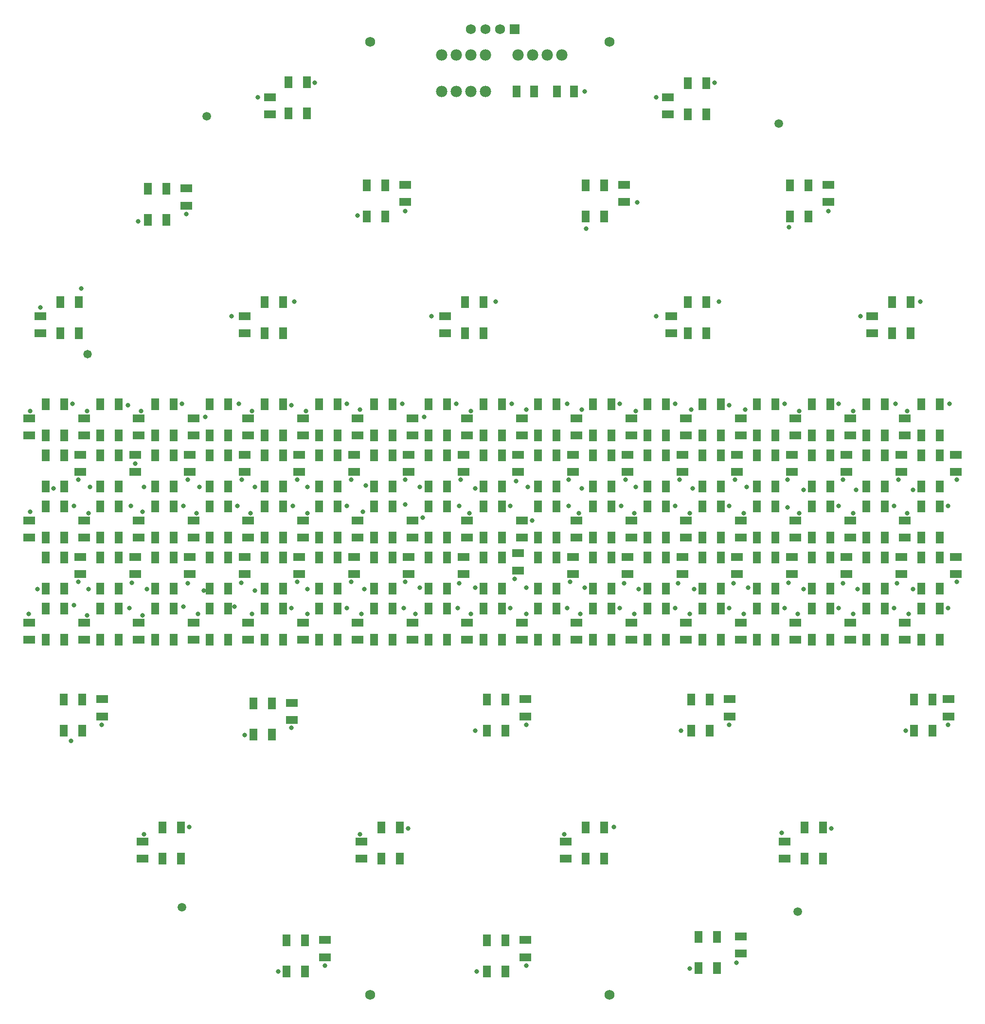
<source format=gbr>
G04*
G04 #@! TF.GenerationSoftware,Altium Limited,Altium Designer,24.2.2 (26)*
G04*
G04 Layer_Color=8388736*
%FSLAX44Y44*%
%MOMM*%
G71*
G04*
G04 #@! TF.SameCoordinates,C09E280A-887C-4CB5-B33B-2E433380E6FD*
G04*
G04*
G04 #@! TF.FilePolarity,Negative*
G04*
G01*
G75*
%ADD18R,1.4097X2.1032*%
%ADD19R,2.0066X1.3208*%
%ADD20R,1.3208X2.0066*%
%ADD21C,1.7272*%
%ADD22C,1.9812*%
%ADD23R,1.7272X1.7272*%
%ADD24C,0.8382*%
%ADD25C,1.5000*%
%ADD26C,1.4732*%
D18*
X1286129Y950900D02*
D03*
Y1004900D02*
D03*
X1253871Y950900D02*
D03*
Y1004900D02*
D03*
X110871Y916000D02*
D03*
Y862000D02*
D03*
X143129Y916000D02*
D03*
Y862000D02*
D03*
X168529Y1217600D02*
D03*
Y1271600D02*
D03*
X136271Y1217600D02*
D03*
Y1271600D02*
D03*
X524129Y1217600D02*
D03*
Y1271600D02*
D03*
X491871Y1217600D02*
D03*
Y1271600D02*
D03*
X346329Y303200D02*
D03*
Y357200D02*
D03*
X314071Y303200D02*
D03*
Y357200D02*
D03*
X727329Y303200D02*
D03*
Y357200D02*
D03*
X695071Y303200D02*
D03*
Y357200D02*
D03*
X1082929Y303200D02*
D03*
Y357200D02*
D03*
X1050671Y303200D02*
D03*
Y357200D02*
D03*
X1463929Y303200D02*
D03*
Y357200D02*
D03*
X1431671Y303200D02*
D03*
Y357200D02*
D03*
X1247521Y166700D02*
D03*
Y112700D02*
D03*
X1279779Y166700D02*
D03*
Y112700D02*
D03*
X879221Y160350D02*
D03*
Y106350D02*
D03*
X911479Y160350D02*
D03*
Y106350D02*
D03*
X529971Y160350D02*
D03*
Y106350D02*
D03*
X562229Y160350D02*
D03*
Y106350D02*
D03*
X873379Y1217600D02*
D03*
Y1271600D02*
D03*
X841121Y1217600D02*
D03*
Y1271600D02*
D03*
X565658Y1600200D02*
D03*
Y1654200D02*
D03*
X533400Y1600200D02*
D03*
Y1654200D02*
D03*
X1260729Y1217600D02*
D03*
Y1271600D02*
D03*
X1228471Y1217600D02*
D03*
Y1271600D02*
D03*
X1260729Y1598600D02*
D03*
Y1652600D02*
D03*
X1228471Y1598600D02*
D03*
Y1652600D02*
D03*
X1616329Y1217600D02*
D03*
Y1271600D02*
D03*
X1584071Y1217600D02*
D03*
Y1271600D02*
D03*
X1406271Y1474800D02*
D03*
Y1420800D02*
D03*
X1438529Y1474800D02*
D03*
Y1420800D02*
D03*
X1622171Y579450D02*
D03*
Y525450D02*
D03*
X1654429Y579450D02*
D03*
Y525450D02*
D03*
X1050671Y1474800D02*
D03*
Y1420800D02*
D03*
X1082929Y1474800D02*
D03*
Y1420800D02*
D03*
X1234821Y579450D02*
D03*
Y525450D02*
D03*
X1267079Y579450D02*
D03*
Y525450D02*
D03*
X669671Y1474800D02*
D03*
Y1420800D02*
D03*
X701929Y1474800D02*
D03*
Y1420800D02*
D03*
X879221Y579450D02*
D03*
Y525450D02*
D03*
X911479Y579450D02*
D03*
Y525450D02*
D03*
X288671Y1468450D02*
D03*
Y1414450D02*
D03*
X320929Y1468450D02*
D03*
Y1414450D02*
D03*
X472821Y573100D02*
D03*
Y519100D02*
D03*
X505079Y573100D02*
D03*
Y519100D02*
D03*
X142621Y579450D02*
D03*
Y525450D02*
D03*
X174879Y579450D02*
D03*
Y525450D02*
D03*
X206121Y1093800D02*
D03*
Y1039800D02*
D03*
X238379Y1093800D02*
D03*
Y1039800D02*
D03*
Y950900D02*
D03*
Y1004900D02*
D03*
X206121Y950900D02*
D03*
Y1004900D02*
D03*
X143129Y950900D02*
D03*
Y1004900D02*
D03*
X110871Y950900D02*
D03*
Y1004900D02*
D03*
X396621Y1093800D02*
D03*
Y1039800D02*
D03*
X428879Y1093800D02*
D03*
Y1039800D02*
D03*
X491871Y1093800D02*
D03*
Y1039800D02*
D03*
X524129Y1093800D02*
D03*
Y1039800D02*
D03*
X301371Y1093800D02*
D03*
Y1039800D02*
D03*
X333629Y1093800D02*
D03*
Y1039800D02*
D03*
X619379Y950900D02*
D03*
Y1004900D02*
D03*
X587121Y950900D02*
D03*
Y1004900D02*
D03*
X682371Y1093800D02*
D03*
Y1039800D02*
D03*
X714629Y1093800D02*
D03*
Y1039800D02*
D03*
X333629Y950900D02*
D03*
Y1004900D02*
D03*
X301371Y950900D02*
D03*
Y1004900D02*
D03*
X524129Y950900D02*
D03*
Y1004900D02*
D03*
X491871Y950900D02*
D03*
Y1004900D02*
D03*
X428879Y950900D02*
D03*
Y1004900D02*
D03*
X396621Y950900D02*
D03*
Y1004900D02*
D03*
X809879Y950900D02*
D03*
Y1004900D02*
D03*
X777621Y950900D02*
D03*
Y1004900D02*
D03*
X1253871Y916000D02*
D03*
Y862000D02*
D03*
X1286129Y916000D02*
D03*
Y862000D02*
D03*
X1158621Y916000D02*
D03*
Y862000D02*
D03*
X1190879Y916000D02*
D03*
Y862000D02*
D03*
X1063371Y916000D02*
D03*
Y862000D02*
D03*
X1095629Y916000D02*
D03*
Y862000D02*
D03*
X968121Y916000D02*
D03*
Y862000D02*
D03*
X1000379Y916000D02*
D03*
Y862000D02*
D03*
X714629Y950900D02*
D03*
Y1004900D02*
D03*
X682371Y950900D02*
D03*
Y1004900D02*
D03*
X1000379Y950900D02*
D03*
Y1004900D02*
D03*
X968121Y950900D02*
D03*
Y1004900D02*
D03*
X905129Y950900D02*
D03*
Y1004900D02*
D03*
X872871Y950900D02*
D03*
Y1004900D02*
D03*
X777621Y916000D02*
D03*
Y862000D02*
D03*
X809879Y916000D02*
D03*
Y862000D02*
D03*
X682371Y916000D02*
D03*
Y862000D02*
D03*
X714629Y916000D02*
D03*
Y862000D02*
D03*
X587121Y916000D02*
D03*
Y862000D02*
D03*
X619379Y916000D02*
D03*
Y862000D02*
D03*
X872871Y916000D02*
D03*
Y862000D02*
D03*
X905129Y916000D02*
D03*
Y862000D02*
D03*
X1539621Y916000D02*
D03*
Y862000D02*
D03*
X1571879Y916000D02*
D03*
Y862000D02*
D03*
X1444371Y916000D02*
D03*
Y862000D02*
D03*
X1476629Y916000D02*
D03*
Y862000D02*
D03*
X1667129Y773100D02*
D03*
Y827100D02*
D03*
X1634871Y773100D02*
D03*
Y827100D02*
D03*
Y916000D02*
D03*
Y862000D02*
D03*
X1667129Y916000D02*
D03*
Y862000D02*
D03*
X1571879Y773100D02*
D03*
Y827100D02*
D03*
X1539621Y773100D02*
D03*
Y827100D02*
D03*
X1349121Y916000D02*
D03*
Y862000D02*
D03*
X1381379Y916000D02*
D03*
Y862000D02*
D03*
X1476629Y773100D02*
D03*
Y827100D02*
D03*
X1444371Y773100D02*
D03*
Y827100D02*
D03*
X1381379Y773100D02*
D03*
Y827100D02*
D03*
X1349121Y773100D02*
D03*
Y827100D02*
D03*
X1634871Y1093800D02*
D03*
Y1039800D02*
D03*
X1667129Y1093800D02*
D03*
Y1039800D02*
D03*
X1539621Y1093800D02*
D03*
Y1039800D02*
D03*
X1571879Y1093800D02*
D03*
Y1039800D02*
D03*
X1444371Y1093800D02*
D03*
Y1039800D02*
D03*
X1476629Y1093800D02*
D03*
Y1039800D02*
D03*
X1349121Y1093800D02*
D03*
Y1039800D02*
D03*
X1381379Y1093800D02*
D03*
Y1039800D02*
D03*
X1667129Y950900D02*
D03*
Y1004900D02*
D03*
X1634871Y950900D02*
D03*
Y1004900D02*
D03*
X1571879Y950900D02*
D03*
Y1004900D02*
D03*
X1539621Y950900D02*
D03*
Y1004900D02*
D03*
X1190879Y950900D02*
D03*
Y1004900D02*
D03*
X1158621Y950900D02*
D03*
Y1004900D02*
D03*
X1095629Y950900D02*
D03*
Y1004900D02*
D03*
X1063371Y950900D02*
D03*
Y1004900D02*
D03*
X1476629Y950900D02*
D03*
Y1004900D02*
D03*
X1444371Y950900D02*
D03*
Y1004900D02*
D03*
X1381379Y950900D02*
D03*
Y1004900D02*
D03*
X1349121Y950900D02*
D03*
Y1004900D02*
D03*
X1063371Y1093800D02*
D03*
Y1039800D02*
D03*
X1095629Y1093800D02*
D03*
Y1039800D02*
D03*
X968121Y1093800D02*
D03*
Y1039800D02*
D03*
X1000379Y1093800D02*
D03*
Y1039800D02*
D03*
X110871Y1093800D02*
D03*
Y1039800D02*
D03*
X143129Y1093800D02*
D03*
Y1039800D02*
D03*
X1286129Y773100D02*
D03*
Y827100D02*
D03*
X1253871Y773100D02*
D03*
Y827100D02*
D03*
X491871Y916000D02*
D03*
Y862000D02*
D03*
X524129Y916000D02*
D03*
Y862000D02*
D03*
X396621Y916000D02*
D03*
Y862000D02*
D03*
X428879Y916000D02*
D03*
Y862000D02*
D03*
Y773100D02*
D03*
Y827100D02*
D03*
X396621Y773100D02*
D03*
Y827100D02*
D03*
X1190879Y773100D02*
D03*
Y827100D02*
D03*
X1158621Y773100D02*
D03*
Y827100D02*
D03*
X1095629Y773100D02*
D03*
Y827100D02*
D03*
X1063371Y773100D02*
D03*
Y827100D02*
D03*
X1000379Y773100D02*
D03*
Y827100D02*
D03*
X968121Y773100D02*
D03*
Y827100D02*
D03*
X905129Y773100D02*
D03*
Y827100D02*
D03*
X872871Y773100D02*
D03*
Y827100D02*
D03*
X809879Y773100D02*
D03*
Y827100D02*
D03*
X777621Y773100D02*
D03*
Y827100D02*
D03*
X714629Y773100D02*
D03*
Y827100D02*
D03*
X682371Y773100D02*
D03*
Y827100D02*
D03*
X619379Y773100D02*
D03*
Y827100D02*
D03*
X587121Y773100D02*
D03*
Y827100D02*
D03*
X524129Y773100D02*
D03*
Y827100D02*
D03*
X491871Y773100D02*
D03*
Y827100D02*
D03*
X587121Y1093800D02*
D03*
Y1039800D02*
D03*
X619379Y1093800D02*
D03*
Y1039800D02*
D03*
X1253871Y1093800D02*
D03*
Y1039800D02*
D03*
X1286129Y1093800D02*
D03*
Y1039800D02*
D03*
X872871Y1093800D02*
D03*
Y1039800D02*
D03*
X905129Y1093800D02*
D03*
Y1039800D02*
D03*
X777621Y1093800D02*
D03*
Y1039800D02*
D03*
X809879Y1093800D02*
D03*
Y1039800D02*
D03*
X1158621Y1093800D02*
D03*
Y1039800D02*
D03*
X1190879Y1093800D02*
D03*
Y1039800D02*
D03*
X1634871Y738200D02*
D03*
Y684200D02*
D03*
X1667129Y738200D02*
D03*
Y684200D02*
D03*
X206121Y916000D02*
D03*
Y862000D02*
D03*
X238379Y916000D02*
D03*
Y862000D02*
D03*
X301371Y916000D02*
D03*
Y862000D02*
D03*
X333629Y916000D02*
D03*
Y862000D02*
D03*
X110871Y738200D02*
D03*
Y684200D02*
D03*
X143129Y738200D02*
D03*
Y684200D02*
D03*
X238379Y773100D02*
D03*
Y827100D02*
D03*
X206121Y773100D02*
D03*
Y827100D02*
D03*
X333629Y773100D02*
D03*
Y827100D02*
D03*
X301371Y773100D02*
D03*
Y827100D02*
D03*
X143129Y773100D02*
D03*
Y827100D02*
D03*
X110871Y773100D02*
D03*
Y827100D02*
D03*
X1444371Y738200D02*
D03*
Y684200D02*
D03*
X1476629Y738200D02*
D03*
Y684200D02*
D03*
X1349121Y738200D02*
D03*
Y684200D02*
D03*
X1381379Y738200D02*
D03*
Y684200D02*
D03*
X1158621Y738200D02*
D03*
Y684200D02*
D03*
X1190879Y738200D02*
D03*
Y684200D02*
D03*
X1063371Y738200D02*
D03*
Y684200D02*
D03*
X1095629Y738200D02*
D03*
Y684200D02*
D03*
X1253871Y738200D02*
D03*
Y684200D02*
D03*
X1286129Y738200D02*
D03*
Y684200D02*
D03*
X968121Y738200D02*
D03*
Y684200D02*
D03*
X1000379Y738200D02*
D03*
Y684200D02*
D03*
X1539621Y738200D02*
D03*
Y684200D02*
D03*
X1571879Y738200D02*
D03*
Y684200D02*
D03*
X206121Y738200D02*
D03*
Y684200D02*
D03*
X238379Y738200D02*
D03*
Y684200D02*
D03*
X301371Y738200D02*
D03*
Y684200D02*
D03*
X333629Y738200D02*
D03*
Y684200D02*
D03*
X396621Y738200D02*
D03*
Y684200D02*
D03*
X428879Y738200D02*
D03*
Y684200D02*
D03*
X491871Y738200D02*
D03*
Y684200D02*
D03*
X524129Y738200D02*
D03*
Y684200D02*
D03*
X777621Y738200D02*
D03*
Y684200D02*
D03*
X809879Y738200D02*
D03*
Y684200D02*
D03*
X682371Y738200D02*
D03*
Y684200D02*
D03*
X714629Y738200D02*
D03*
Y684200D02*
D03*
X587121Y738200D02*
D03*
Y684200D02*
D03*
X619379Y738200D02*
D03*
Y684200D02*
D03*
X872871Y738200D02*
D03*
Y684200D02*
D03*
X905129Y738200D02*
D03*
Y684200D02*
D03*
D19*
X1320800Y137414D02*
D03*
Y167386D02*
D03*
X946150Y131064D02*
D03*
Y161036D02*
D03*
X596900Y131064D02*
D03*
Y161036D02*
D03*
X1193800Y1627886D02*
D03*
Y1597914D02*
D03*
X501650Y1627886D02*
D03*
Y1597914D02*
D03*
X279400Y332486D02*
D03*
Y302514D02*
D03*
X660400Y332486D02*
D03*
Y302514D02*
D03*
X1016000Y332486D02*
D03*
Y302514D02*
D03*
X1397000Y332486D02*
D03*
Y302514D02*
D03*
X946150Y550164D02*
D03*
Y580136D02*
D03*
X355600Y1439164D02*
D03*
Y1469136D02*
D03*
X539750Y543814D02*
D03*
Y573786D02*
D03*
X101600Y1246886D02*
D03*
Y1216914D02*
D03*
X209550Y550164D02*
D03*
Y580136D02*
D03*
X457200Y1246886D02*
D03*
Y1216914D02*
D03*
X806450Y1246886D02*
D03*
Y1216914D02*
D03*
X1200150Y1246886D02*
D03*
Y1216914D02*
D03*
X1549400Y1246886D02*
D03*
Y1216914D02*
D03*
X1473200Y1445514D02*
D03*
Y1475486D02*
D03*
X1682750Y550164D02*
D03*
Y580136D02*
D03*
X1117600Y1445514D02*
D03*
Y1475486D02*
D03*
X1301750Y550164D02*
D03*
Y580136D02*
D03*
X736600Y1445514D02*
D03*
Y1475486D02*
D03*
X171450Y1005586D02*
D03*
Y975614D02*
D03*
X266700Y1005586D02*
D03*
Y975614D02*
D03*
X463550Y1039114D02*
D03*
Y1069086D02*
D03*
X368300Y1039114D02*
D03*
Y1069086D02*
D03*
X742950Y1005586D02*
D03*
Y975614D02*
D03*
X654050Y1039114D02*
D03*
Y1069086D02*
D03*
X647700Y1005586D02*
D03*
Y975614D02*
D03*
X749300Y1039114D02*
D03*
Y1069086D02*
D03*
X558800Y1039114D02*
D03*
Y1069086D02*
D03*
X552450Y1005586D02*
D03*
Y975614D02*
D03*
X361950Y1005586D02*
D03*
Y975614D02*
D03*
X457200Y1005586D02*
D03*
Y975614D02*
D03*
X1511300Y861314D02*
D03*
Y891286D02*
D03*
X1416050Y861314D02*
D03*
Y891286D02*
D03*
X1504950Y827786D02*
D03*
Y797814D02*
D03*
X1600200Y827786D02*
D03*
Y797814D02*
D03*
X1606550Y861314D02*
D03*
Y891286D02*
D03*
X1409700Y827786D02*
D03*
Y797814D02*
D03*
X1606550Y1039114D02*
D03*
Y1069086D02*
D03*
X1511300Y1039114D02*
D03*
Y1069086D02*
D03*
X1416050Y1039114D02*
D03*
Y1069086D02*
D03*
X1123950Y1005586D02*
D03*
Y975614D02*
D03*
X1130300Y1039114D02*
D03*
Y1069086D02*
D03*
X844550Y1039114D02*
D03*
Y1069086D02*
D03*
X939800Y1039114D02*
D03*
Y1069086D02*
D03*
X1035050Y1039114D02*
D03*
Y1069086D02*
D03*
X1504950Y1005586D02*
D03*
Y975614D02*
D03*
X1600200Y1005586D02*
D03*
Y975614D02*
D03*
X1409700Y1005586D02*
D03*
Y975614D02*
D03*
X1314450Y1005586D02*
D03*
Y975614D02*
D03*
X1219200Y1005586D02*
D03*
Y975614D02*
D03*
X1028700Y1005586D02*
D03*
Y975614D02*
D03*
X933450Y1005586D02*
D03*
Y975614D02*
D03*
X838200Y1005586D02*
D03*
Y975614D02*
D03*
X273050Y1039114D02*
D03*
Y1069086D02*
D03*
X177800Y1039114D02*
D03*
Y1069086D02*
D03*
X1314450Y827786D02*
D03*
Y797814D02*
D03*
X1225550Y861314D02*
D03*
Y891286D02*
D03*
X1123950Y797814D02*
D03*
Y827786D02*
D03*
X1130300Y861314D02*
D03*
Y891286D02*
D03*
X558800Y861314D02*
D03*
Y891286D02*
D03*
X463550Y861314D02*
D03*
Y891286D02*
D03*
X368300Y861314D02*
D03*
Y891286D02*
D03*
X844550Y861314D02*
D03*
Y891286D02*
D03*
X1035050Y861314D02*
D03*
Y891286D02*
D03*
X939800Y861314D02*
D03*
Y891286D02*
D03*
X654050Y861314D02*
D03*
Y891286D02*
D03*
X749300Y861314D02*
D03*
Y891286D02*
D03*
X1320800Y1039114D02*
D03*
Y1069086D02*
D03*
X1225550Y1039114D02*
D03*
Y1069086D02*
D03*
X1320800Y861314D02*
D03*
Y891286D02*
D03*
X273050Y861314D02*
D03*
Y891286D02*
D03*
X177800Y861314D02*
D03*
Y891286D02*
D03*
X266700Y827786D02*
D03*
Y797814D02*
D03*
X457200Y827786D02*
D03*
Y797814D02*
D03*
X361950Y827786D02*
D03*
Y797814D02*
D03*
X838200Y827786D02*
D03*
Y797814D02*
D03*
X552450Y827786D02*
D03*
Y797814D02*
D03*
X647700Y827786D02*
D03*
Y797814D02*
D03*
X742950Y827786D02*
D03*
Y797814D02*
D03*
X1219200Y827786D02*
D03*
Y797814D02*
D03*
X1028700Y827786D02*
D03*
Y797814D02*
D03*
X933450Y834136D02*
D03*
Y804164D02*
D03*
X171450Y827786D02*
D03*
Y797814D02*
D03*
X1606550Y683514D02*
D03*
Y713486D02*
D03*
X1416050D02*
D03*
Y683514D02*
D03*
X1130300D02*
D03*
Y713486D02*
D03*
X1320800D02*
D03*
Y683514D02*
D03*
X1225550Y713486D02*
D03*
Y683514D02*
D03*
X1511300D02*
D03*
Y713486D02*
D03*
X177800Y683514D02*
D03*
Y713486D02*
D03*
X749300Y683514D02*
D03*
Y713486D02*
D03*
X654050Y683514D02*
D03*
Y713486D02*
D03*
X558800Y683514D02*
D03*
Y713486D02*
D03*
X463550Y683514D02*
D03*
Y713486D02*
D03*
X368300Y683514D02*
D03*
Y713486D02*
D03*
X273050Y683514D02*
D03*
Y713486D02*
D03*
X844550Y683514D02*
D03*
Y713486D02*
D03*
X939800Y683514D02*
D03*
Y713486D02*
D03*
X1035050Y683514D02*
D03*
Y713486D02*
D03*
X82550Y683514D02*
D03*
Y713486D02*
D03*
Y861314D02*
D03*
Y891286D02*
D03*
X1695450Y827786D02*
D03*
Y797814D02*
D03*
Y975614D02*
D03*
Y1005586D02*
D03*
X82550Y1069086D02*
D03*
Y1039114D02*
D03*
D20*
X1030986Y1638300D02*
D03*
X1001014D02*
D03*
X931164D02*
D03*
X961136D02*
D03*
D21*
X675640Y66040D02*
D03*
X1092200Y1724660D02*
D03*
Y66040D02*
D03*
X675640Y1724660D02*
D03*
X901700Y1746250D02*
D03*
X876300D02*
D03*
X850900D02*
D03*
D22*
Y1638300D02*
D03*
X876300D02*
D03*
X800100D02*
D03*
X825500D02*
D03*
X850900Y1701800D02*
D03*
X876300D02*
D03*
X800100D02*
D03*
X825500D02*
D03*
X958850D02*
D03*
X933450D02*
D03*
X1009650D02*
D03*
X984250D02*
D03*
D23*
X927100Y1746250D02*
D03*
D24*
X919480Y916940D02*
D03*
X762000Y949960D02*
D03*
X858520Y947420D02*
D03*
X949960Y949960D02*
D03*
X1236980Y947420D02*
D03*
X922020Y1094740D02*
D03*
X769620Y1071880D02*
D03*
X447040Y1094740D02*
D03*
X259080Y916940D02*
D03*
X736600Y919480D02*
D03*
X830580Y916940D02*
D03*
X1021080D02*
D03*
X1043940Y947420D02*
D03*
X1112520Y916940D02*
D03*
X1137920Y949960D02*
D03*
X1206500Y916940D02*
D03*
X1587500D02*
D03*
X1330960Y949960D02*
D03*
X1402080Y914400D02*
D03*
X1521460Y944880D02*
D03*
X1590040Y1094740D02*
D03*
X1109980D02*
D03*
X1051560Y1399540D02*
D03*
X858520Y525780D02*
D03*
X1216660D02*
D03*
X861060Y106680D02*
D03*
X1018540Y1094740D02*
D03*
X1397000D02*
D03*
X947420Y774700D02*
D03*
X665480Y772160D02*
D03*
X566420D02*
D03*
X185420D02*
D03*
X160020Y744220D02*
D03*
X566420Y949960D02*
D03*
X474980D02*
D03*
X444500Y916940D02*
D03*
X378460Y949960D02*
D03*
X281940D02*
D03*
X187960D02*
D03*
X266700Y990600D02*
D03*
X350520Y741680D02*
D03*
X635000Y1094740D02*
D03*
X657860Y1084580D02*
D03*
X731520Y1094740D02*
D03*
X154940Y508000D02*
D03*
X947420Y535940D02*
D03*
X1300480D02*
D03*
X957580Y891540D02*
D03*
X767080Y896620D02*
D03*
X566420Y904240D02*
D03*
X947420Y116840D02*
D03*
X208280Y535940D02*
D03*
X256540Y739140D02*
D03*
X287020Y772160D02*
D03*
X261470Y782470D02*
D03*
X358140Y782320D02*
D03*
X451970Y782470D02*
D03*
X538480Y739140D02*
D03*
X635000D02*
D03*
X734060D02*
D03*
X754530Y728830D02*
D03*
X828040Y739140D02*
D03*
X850900Y728980D02*
D03*
X947420D02*
D03*
X1018540Y739140D02*
D03*
X1049020Y774700D02*
D03*
X1041400Y728980D02*
D03*
X1117600Y782320D02*
D03*
X1109980Y739140D02*
D03*
X1135530Y728830D02*
D03*
X1143000Y772160D02*
D03*
X1211580Y782320D02*
D03*
X1206500Y739140D02*
D03*
X1231900Y728980D02*
D03*
X1326030Y728830D02*
D03*
X1300480Y739140D02*
D03*
X1308100Y782320D02*
D03*
X1333500Y774700D02*
D03*
X1404470Y782470D02*
D03*
X1419860Y728980D02*
D03*
X1430020Y772160D02*
D03*
X1498600Y782320D02*
D03*
X1516530Y728830D02*
D03*
X1524000Y772160D02*
D03*
X1592580Y782320D02*
D03*
X1620520Y772160D02*
D03*
X1587500Y739140D02*
D03*
X1612900Y728980D02*
D03*
X1681480Y535940D02*
D03*
X1607820Y525780D02*
D03*
X1684020Y1094740D02*
D03*
X474980Y769620D02*
D03*
X1490980Y739140D02*
D03*
X1397000D02*
D03*
X927100Y789940D02*
D03*
X830580Y782320D02*
D03*
X762000Y774700D02*
D03*
X736600Y784860D02*
D03*
X642620D02*
D03*
X660400Y728980D02*
D03*
X566420D02*
D03*
X469900D02*
D03*
X375920D02*
D03*
X279400Y726440D02*
D03*
X81280Y728980D02*
D03*
X83820Y906780D02*
D03*
X160020Y916940D02*
D03*
X185420Y904240D02*
D03*
X279400Y906780D02*
D03*
X350520Y916940D02*
D03*
X373380Y904240D02*
D03*
X467360D02*
D03*
X541020Y916940D02*
D03*
X635000D02*
D03*
X662940Y906780D02*
D03*
X1681480Y916940D02*
D03*
X825500Y1094740D02*
D03*
X850900Y1082040D02*
D03*
X947420Y1084580D02*
D03*
X1043940D02*
D03*
X1137920Y1082040D02*
D03*
X1206500Y1094740D02*
D03*
X1234440Y1084580D02*
D03*
X1300480Y1092200D02*
D03*
X1328420Y1084580D02*
D03*
X1422400Y1082040D02*
D03*
X1490980Y1094740D02*
D03*
X1516380Y1082040D02*
D03*
X1610360D02*
D03*
X1633220Y1272540D02*
D03*
X1529080Y1247140D02*
D03*
X1282700Y1272540D02*
D03*
X1173480Y1247140D02*
D03*
X894080Y1272540D02*
D03*
X782320Y1247140D02*
D03*
X543560Y1272540D02*
D03*
X434340Y1247140D02*
D03*
X172720Y1295400D02*
D03*
X101600Y1262380D02*
D03*
X355600Y1424940D02*
D03*
X271780Y1412240D02*
D03*
X736600Y1430020D02*
D03*
X1140460Y1445260D02*
D03*
X1473200Y1430020D02*
D03*
X1404620Y1402080D02*
D03*
X1275080Y1653540D02*
D03*
X1173480Y1628140D02*
D03*
X1049020Y1638300D02*
D03*
X480060Y1628140D02*
D03*
X579120Y1653540D02*
D03*
X515620Y106680D02*
D03*
X596900Y116840D02*
D03*
X1231900Y111760D02*
D03*
X1313180Y121920D02*
D03*
X1478280Y355600D02*
D03*
X1391920Y347980D02*
D03*
X1099820Y358140D02*
D03*
X1013460Y345440D02*
D03*
X741680Y355600D02*
D03*
X657860Y345440D02*
D03*
X281940D02*
D03*
X360680Y358140D02*
D03*
X457200Y518160D02*
D03*
X538480Y530860D02*
D03*
X1696720Y784860D02*
D03*
X1681480Y739140D02*
D03*
X1239520Y772160D02*
D03*
X1023620Y784860D02*
D03*
X919480Y739140D02*
D03*
X858520Y774700D02*
D03*
X182880Y726440D02*
D03*
X439420Y741680D02*
D03*
X548640Y784860D02*
D03*
X386080Y769620D02*
D03*
X96520Y772160D02*
D03*
X167640Y784860D02*
D03*
Y962660D02*
D03*
X848360Y904240D02*
D03*
X1038860D02*
D03*
X1135380D02*
D03*
X1231900D02*
D03*
X1300480Y916940D02*
D03*
X1325880Y904240D02*
D03*
X1422400D02*
D03*
X1490980Y916940D02*
D03*
X1516380Y904240D02*
D03*
X1610360D02*
D03*
X1696720Y962660D02*
D03*
X1620520Y944880D02*
D03*
X1595120Y962660D02*
D03*
X1498600D02*
D03*
X1430020Y944880D02*
D03*
X1402080Y962660D02*
D03*
X1310640D02*
D03*
X1214120D02*
D03*
X1120140D02*
D03*
X1021080D02*
D03*
X929640Y960120D02*
D03*
X833120Y962660D02*
D03*
X736600D02*
D03*
X668020Y952500D02*
D03*
X642620Y962660D02*
D03*
X548640D02*
D03*
X452120D02*
D03*
X358140D02*
D03*
X124460Y947420D02*
D03*
X83820Y1082040D02*
D03*
X157480Y1094740D02*
D03*
X182880Y1082040D02*
D03*
X254000Y1092200D02*
D03*
X276860Y1082040D02*
D03*
X347980Y1094740D02*
D03*
X388620Y1071880D02*
D03*
X469900Y1082040D02*
D03*
X538480Y1092200D02*
D03*
X563880Y1082040D02*
D03*
X654050Y1422400D02*
D03*
D25*
X391160Y1595120D02*
D03*
X1386840Y1582420D02*
D03*
X1419860Y210820D02*
D03*
X347980Y218440D02*
D03*
D26*
X184150Y1181100D02*
D03*
M02*

</source>
